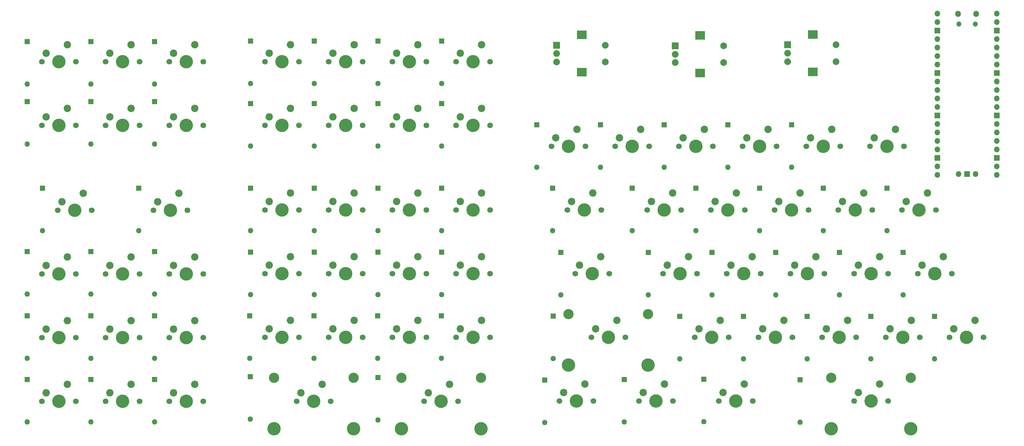
<source format=gbr>
%TF.GenerationSoftware,KiCad,Pcbnew,8.99.0-3334-g98ae574c78*%
%TF.CreationDate,2025-06-08T23:29:47-05:00*%
%TF.ProjectId,CircuitCyboard,43697263-7569-4744-9379-626f6172642e,1*%
%TF.SameCoordinates,Original*%
%TF.FileFunction,Soldermask,Bot*%
%TF.FilePolarity,Negative*%
%FSLAX46Y46*%
G04 Gerber Fmt 4.6, Leading zero omitted, Abs format (unit mm)*
G04 Created by KiCad (PCBNEW 8.99.0-3334-g98ae574c78) date 2025-06-08 23:29:47*
%MOMM*%
%LPD*%
G01*
G04 APERTURE LIST*
%ADD10C,1.700000*%
%ADD11C,4.000000*%
%ADD12C,2.200000*%
%ADD13R,2.000000X2.000000*%
%ADD14C,2.000000*%
%ADD15R,3.000000X2.500000*%
%ADD16C,3.050000*%
%ADD17O,1.800000X1.800000*%
%ADD18O,1.500000X1.500000*%
%ADD19O,1.700000X1.700000*%
%ADD20R,1.700000X1.700000*%
%ADD21R,1.600000X1.600000*%
%ADD22O,1.600000X1.600000*%
G04 APERTURE END LIST*
D10*
%TO.C,SW13*%
X61540000Y-124650000D03*
D11*
X66620000Y-124650000D03*
D10*
X71700000Y-124650000D03*
D12*
X69160000Y-119570000D03*
X62810000Y-122110000D03*
%TD*%
D10*
%TO.C,SW20*%
X147310000Y-42102500D03*
D11*
X152390000Y-42102500D03*
D10*
X157470000Y-42102500D03*
D12*
X154930000Y-37022500D03*
X148580000Y-39562500D03*
%TD*%
D10*
%TO.C,SW45*%
X199656500Y-86547500D03*
D11*
X204736500Y-86547500D03*
D10*
X209816500Y-86547500D03*
D12*
X207276500Y-81467500D03*
X200926500Y-84007500D03*
%TD*%
D10*
%TO.C,SW61*%
X294906000Y-124647500D03*
D11*
X299986000Y-124647500D03*
D10*
X305066000Y-124647500D03*
D12*
X302526000Y-119567500D03*
X296176000Y-122107500D03*
%TD*%
D10*
%TO.C,SW36*%
X147265000Y-124647500D03*
D11*
X152345000Y-124647500D03*
D10*
X157425000Y-124647500D03*
D12*
X154885000Y-119567500D03*
X148535000Y-122107500D03*
%TD*%
D13*
%TO.C,SW68*%
X196450000Y-37200000D03*
D14*
X196450000Y-42200000D03*
X196450000Y-39700000D03*
D15*
X203950000Y-34100000D03*
X203950000Y-45300000D03*
D14*
X210950000Y-37200000D03*
X210950000Y-42200000D03*
%TD*%
D10*
%TO.C,SW26*%
X109165000Y-86547500D03*
D11*
X114245000Y-86547500D03*
D10*
X119325000Y-86547500D03*
D12*
X116785000Y-81467500D03*
X110435000Y-84007500D03*
%TD*%
D10*
%TO.C,SW7*%
X47252500Y-86550000D03*
D11*
X52332500Y-86550000D03*
D10*
X57412500Y-86550000D03*
D12*
X54872500Y-81470000D03*
X48522500Y-84010000D03*
%TD*%
D13*
%TO.C,SW70*%
X265500000Y-37100000D03*
D14*
X265500000Y-42100000D03*
X265500000Y-39600000D03*
D15*
X273000000Y-34000000D03*
X273000000Y-45200000D03*
D14*
X280000000Y-37100000D03*
X280000000Y-42100000D03*
%TD*%
D10*
%TO.C,SW9*%
X42490000Y-105600000D03*
D11*
X47570000Y-105600000D03*
D10*
X52650000Y-105600000D03*
D12*
X50110000Y-100520000D03*
X43760000Y-103060000D03*
%TD*%
D10*
%TO.C,SW11*%
X80590000Y-105600000D03*
D11*
X85670000Y-105600000D03*
D10*
X90750000Y-105600000D03*
D12*
X88210000Y-100520000D03*
X81860000Y-103060000D03*
%TD*%
D10*
%TO.C,SW63*%
X197275300Y-143697500D03*
D11*
X202355300Y-143697500D03*
D10*
X207435300Y-143697500D03*
D12*
X204895300Y-138617500D03*
X198545300Y-141157500D03*
%TD*%
D10*
%TO.C,SW22*%
X109210000Y-61152500D03*
D11*
X114290000Y-61152500D03*
D10*
X119370000Y-61152500D03*
D12*
X116830000Y-56072500D03*
X110480000Y-58612500D03*
%TD*%
D10*
%TO.C,SW56*%
X304432000Y-105597500D03*
D11*
X309512000Y-105597500D03*
D10*
X314592000Y-105597500D03*
D12*
X312052000Y-100517500D03*
X305702000Y-103057500D03*
%TD*%
D10*
%TO.C,SW29*%
X166315000Y-86547500D03*
D11*
X171395000Y-86547500D03*
D10*
X176475000Y-86547500D03*
D12*
X173935000Y-81467500D03*
X167585000Y-84007500D03*
%TD*%
D10*
%TO.C,SW37*%
X166315000Y-124647500D03*
D11*
X171395000Y-124647500D03*
D10*
X176475000Y-124647500D03*
D12*
X173935000Y-119567500D03*
X167585000Y-122107500D03*
%TD*%
D10*
%TO.C,SW21*%
X166360000Y-42102500D03*
D11*
X171440000Y-42102500D03*
D10*
X176520000Y-42102500D03*
D12*
X173980000Y-37022500D03*
X167630000Y-39562500D03*
%TD*%
D10*
%TO.C,SW43*%
X271094000Y-67497500D03*
D11*
X276174000Y-67497500D03*
D10*
X281254000Y-67497500D03*
D12*
X278714000Y-62417500D03*
X272364000Y-64957500D03*
%TD*%
D10*
%TO.C,SW17*%
X80590000Y-143700000D03*
D11*
X85670000Y-143700000D03*
D10*
X90750000Y-143700000D03*
D12*
X88210000Y-138620000D03*
X81860000Y-141160000D03*
%TD*%
D16*
%TO.C,SW39*%
X149980000Y-136700000D03*
D11*
X149980000Y-151940000D03*
D10*
X156800000Y-143700000D03*
D11*
X161880000Y-143700000D03*
D10*
X166960000Y-143700000D03*
D16*
X173780000Y-136700000D03*
D11*
X173780000Y-151940000D03*
D12*
X164420000Y-138620000D03*
X158070000Y-141160000D03*
%TD*%
D10*
%TO.C,SW59*%
X256806000Y-124647500D03*
D11*
X261886000Y-124647500D03*
D10*
X266966000Y-124647500D03*
D12*
X264426000Y-119567500D03*
X258076000Y-122107500D03*
%TD*%
D10*
%TO.C,SW54*%
X266332000Y-105597500D03*
D11*
X271412000Y-105597500D03*
D10*
X276492000Y-105597500D03*
D12*
X273952000Y-100517500D03*
X267602000Y-103057500D03*
%TD*%
D10*
%TO.C,SW49*%
X280619000Y-86547500D03*
D11*
X285699000Y-86547500D03*
D10*
X290779000Y-86547500D03*
D12*
X288239000Y-81467500D03*
X281889000Y-84007500D03*
%TD*%
D10*
%TO.C,SW2*%
X61540000Y-42100000D03*
D11*
X66620000Y-42100000D03*
D10*
X71700000Y-42100000D03*
D12*
X69160000Y-37020000D03*
X62810000Y-39560000D03*
%TD*%
D10*
%TO.C,SW32*%
X147265000Y-105597500D03*
D11*
X152345000Y-105597500D03*
D10*
X157425000Y-105597500D03*
D12*
X154885000Y-100517500D03*
X148535000Y-103057500D03*
%TD*%
D10*
%TO.C,SW25*%
X166360000Y-61152500D03*
D11*
X171440000Y-61152500D03*
D10*
X176520000Y-61152500D03*
D12*
X173980000Y-56072500D03*
X167630000Y-58612500D03*
%TD*%
D10*
%TO.C,SW58*%
X237756000Y-124647500D03*
D11*
X242836000Y-124647500D03*
D10*
X247916000Y-124647500D03*
D12*
X245376000Y-119567500D03*
X239026000Y-122107500D03*
%TD*%
D10*
%TO.C,SW55*%
X285382000Y-105597500D03*
D11*
X290462000Y-105597500D03*
D10*
X295542000Y-105597500D03*
D12*
X293002000Y-100517500D03*
X286652000Y-103057500D03*
%TD*%
D10*
%TO.C,SW33*%
X166315000Y-105597500D03*
D11*
X171395000Y-105597500D03*
D10*
X176475000Y-105597500D03*
D12*
X173935000Y-100517500D03*
X167585000Y-103057500D03*
%TD*%
D10*
%TO.C,SW44*%
X290144000Y-67497500D03*
D11*
X295224000Y-67497500D03*
D10*
X300304000Y-67497500D03*
D12*
X297764000Y-62417500D03*
X291414000Y-64957500D03*
%TD*%
D10*
%TO.C,SW42*%
X252044000Y-67497500D03*
D11*
X257124000Y-67497500D03*
D10*
X262204000Y-67497500D03*
D12*
X259664000Y-62417500D03*
X253314000Y-64957500D03*
%TD*%
D10*
%TO.C,SW18*%
X109210000Y-42102500D03*
D11*
X114290000Y-42102500D03*
D10*
X119370000Y-42102500D03*
D12*
X116830000Y-37022500D03*
X110480000Y-39562500D03*
%TD*%
D10*
%TO.C,SW24*%
X147310000Y-61152500D03*
D11*
X152390000Y-61152500D03*
D10*
X157470000Y-61152500D03*
D12*
X154930000Y-56072500D03*
X148580000Y-58612500D03*
%TD*%
D10*
%TO.C,SW30*%
X109165000Y-105597500D03*
D11*
X114245000Y-105597500D03*
D10*
X119325000Y-105597500D03*
D12*
X116785000Y-100517500D03*
X110435000Y-103057500D03*
%TD*%
D10*
%TO.C,SW47*%
X242519000Y-86547500D03*
D11*
X247599000Y-86547500D03*
D10*
X252679000Y-86547500D03*
D12*
X250139000Y-81467500D03*
X243789000Y-84007500D03*
%TD*%
D10*
%TO.C,SW1*%
X42490000Y-42100000D03*
D11*
X47570000Y-42100000D03*
D10*
X52650000Y-42100000D03*
D12*
X50110000Y-37020000D03*
X43760000Y-39560000D03*
%TD*%
D10*
%TO.C,SW19*%
X128260000Y-42102500D03*
D11*
X133340000Y-42102500D03*
D10*
X138420000Y-42102500D03*
D12*
X135880000Y-37022500D03*
X129530000Y-39562500D03*
%TD*%
D16*
%TO.C,SW66*%
X278545400Y-136697500D03*
D11*
X278545400Y-151937500D03*
D10*
X285365400Y-143697500D03*
D11*
X290445400Y-143697500D03*
D10*
X295525400Y-143697500D03*
D16*
X302345400Y-136697500D03*
D11*
X302345400Y-151937500D03*
D12*
X292985400Y-138617500D03*
X286635400Y-141157500D03*
%TD*%
D10*
%TO.C,SW3*%
X80590000Y-42100000D03*
D11*
X85670000Y-42100000D03*
D10*
X90750000Y-42100000D03*
D12*
X88210000Y-37020000D03*
X81860000Y-39560000D03*
%TD*%
D10*
%TO.C,SW52*%
X228232000Y-105597500D03*
D11*
X233312000Y-105597500D03*
D10*
X238392000Y-105597500D03*
D12*
X235852000Y-100517500D03*
X229502000Y-103057500D03*
%TD*%
D10*
%TO.C,SW14*%
X80590000Y-124650000D03*
D11*
X85670000Y-124650000D03*
D10*
X90750000Y-124650000D03*
D12*
X88210000Y-119570000D03*
X81860000Y-122110000D03*
%TD*%
D10*
%TO.C,SW53*%
X247282000Y-105597500D03*
D11*
X252362000Y-105597500D03*
D10*
X257442000Y-105597500D03*
D12*
X254902000Y-100517500D03*
X248552000Y-103057500D03*
%TD*%
D10*
%TO.C,SW8*%
X75827500Y-86550000D03*
D11*
X80907500Y-86550000D03*
D10*
X85987500Y-86550000D03*
D12*
X83447500Y-81470000D03*
X77097500Y-84010000D03*
%TD*%
D16*
%TO.C,SW57*%
X200000000Y-117642500D03*
D11*
X200000000Y-132882500D03*
D10*
X206820000Y-124642500D03*
D11*
X211900000Y-124642500D03*
D10*
X216980000Y-124642500D03*
D16*
X223800000Y-117642500D03*
D11*
X223800000Y-132882500D03*
D12*
X214440000Y-119562500D03*
X208090000Y-122102500D03*
%TD*%
D10*
%TO.C,SW16*%
X61540000Y-143700000D03*
D11*
X66620000Y-143700000D03*
D10*
X71700000Y-143700000D03*
D12*
X69160000Y-138620000D03*
X62810000Y-141160000D03*
%TD*%
D10*
%TO.C,SW6*%
X80590000Y-61150000D03*
D11*
X85670000Y-61150000D03*
D10*
X90750000Y-61150000D03*
D12*
X88210000Y-56070000D03*
X81860000Y-58610000D03*
%TD*%
D10*
%TO.C,SW65*%
X244899300Y-143697500D03*
D11*
X249979300Y-143697500D03*
D10*
X255059300Y-143697500D03*
D12*
X252519300Y-138617500D03*
X246169300Y-141157500D03*
%TD*%
D10*
%TO.C,SW48*%
X261569000Y-86547500D03*
D11*
X266649000Y-86547500D03*
D10*
X271729000Y-86547500D03*
D12*
X269189000Y-81467500D03*
X262839000Y-84007500D03*
%TD*%
D10*
%TO.C,SW64*%
X221087300Y-143697500D03*
D11*
X226167300Y-143697500D03*
D10*
X231247300Y-143697500D03*
D12*
X228707300Y-138617500D03*
X222357300Y-141157500D03*
%TD*%
D10*
%TO.C,SW41*%
X232994000Y-67497500D03*
D11*
X238074000Y-67497500D03*
D10*
X243154000Y-67497500D03*
D12*
X240614000Y-62417500D03*
X234264000Y-64957500D03*
%TD*%
D10*
%TO.C,SW4*%
X42490000Y-61150000D03*
D11*
X47570000Y-61150000D03*
D10*
X52650000Y-61150000D03*
D12*
X50110000Y-56070000D03*
X43760000Y-58610000D03*
%TD*%
D10*
%TO.C,SW10*%
X61540000Y-105600000D03*
D11*
X66620000Y-105600000D03*
D10*
X71700000Y-105600000D03*
D12*
X69160000Y-100520000D03*
X62810000Y-103060000D03*
%TD*%
D10*
%TO.C,SW60*%
X275856000Y-124647500D03*
D11*
X280936000Y-124647500D03*
D10*
X286016000Y-124647500D03*
D12*
X283476000Y-119567500D03*
X277126000Y-122107500D03*
%TD*%
D13*
%TO.C,SW69*%
X231850000Y-37400000D03*
D14*
X231850000Y-42400000D03*
X231850000Y-39900000D03*
D15*
X239350000Y-34300000D03*
X239350000Y-45500000D03*
D14*
X246350000Y-37400000D03*
X246350000Y-42400000D03*
%TD*%
D10*
%TO.C,SW67*%
X194894000Y-67497500D03*
D11*
X199974000Y-67497500D03*
D10*
X205054000Y-67497500D03*
D12*
X202514000Y-62417500D03*
X196164000Y-64957500D03*
%TD*%
D10*
%TO.C,SW27*%
X128215000Y-86547500D03*
D11*
X133295000Y-86547500D03*
D10*
X138375000Y-86547500D03*
D12*
X135835000Y-81467500D03*
X129485000Y-84007500D03*
%TD*%
D10*
%TO.C,SW35*%
X128215000Y-124647500D03*
D11*
X133295000Y-124647500D03*
D10*
X138375000Y-124647500D03*
D12*
X135835000Y-119567500D03*
X129485000Y-122107500D03*
%TD*%
D10*
%TO.C,SW62*%
X313956000Y-124647500D03*
D11*
X319036000Y-124647500D03*
D10*
X324116000Y-124647500D03*
D12*
X321576000Y-119567500D03*
X315226000Y-122107500D03*
%TD*%
D10*
%TO.C,SW5*%
X61540000Y-61150000D03*
D11*
X66620000Y-61150000D03*
D10*
X71700000Y-61150000D03*
D12*
X69160000Y-56070000D03*
X62810000Y-58610000D03*
%TD*%
D10*
%TO.C,SW40*%
X213944000Y-67497500D03*
D11*
X219024000Y-67497500D03*
D10*
X224104000Y-67497500D03*
D12*
X221564000Y-62417500D03*
X215214000Y-64957500D03*
%TD*%
D10*
%TO.C,SW34*%
X109165000Y-124647500D03*
D11*
X114245000Y-124647500D03*
D10*
X119325000Y-124647500D03*
D12*
X116785000Y-119567500D03*
X110435000Y-122107500D03*
%TD*%
D10*
%TO.C,SW46*%
X223469000Y-86547500D03*
D11*
X228549000Y-86547500D03*
D10*
X233629000Y-86547500D03*
D12*
X231089000Y-81467500D03*
X224739000Y-84007500D03*
%TD*%
D10*
%TO.C,SW23*%
X128260000Y-61152500D03*
D11*
X133340000Y-61152500D03*
D10*
X138420000Y-61152500D03*
D12*
X135880000Y-56072500D03*
X129530000Y-58612500D03*
%TD*%
D10*
%TO.C,SW12*%
X42490000Y-124650000D03*
D11*
X47570000Y-124650000D03*
D10*
X52650000Y-124650000D03*
D12*
X50110000Y-119570000D03*
X43760000Y-122110000D03*
%TD*%
D10*
%TO.C,SW15*%
X42490000Y-143700000D03*
D11*
X47570000Y-143700000D03*
D10*
X52650000Y-143700000D03*
D12*
X50110000Y-138620000D03*
X43760000Y-141160000D03*
%TD*%
D17*
%TO.C,U1*%
X316465000Y-27850000D03*
D18*
X316765000Y-30880000D03*
X321615000Y-30880000D03*
D17*
X321915000Y-27850000D03*
D19*
X310300000Y-27720000D03*
X310300000Y-30260000D03*
D20*
X310300000Y-32800000D03*
D19*
X310300000Y-35340000D03*
X310300000Y-37880000D03*
X310300000Y-40420000D03*
X310300000Y-42960000D03*
D20*
X310300000Y-45500000D03*
D19*
X310300000Y-48040000D03*
X310300000Y-50580000D03*
X310300000Y-53120000D03*
X310300000Y-55660000D03*
D20*
X310300000Y-58200000D03*
D19*
X310300000Y-60740000D03*
X310300000Y-63280000D03*
X310300000Y-65820000D03*
X310300000Y-68360000D03*
D20*
X310300000Y-70900000D03*
D19*
X310300000Y-73440000D03*
X310300000Y-75980000D03*
X328080000Y-75980000D03*
X328080000Y-73440000D03*
D20*
X328080000Y-70900000D03*
D19*
X328080000Y-68360000D03*
X328080000Y-65820000D03*
X328080000Y-63280000D03*
X328080000Y-60740000D03*
D20*
X328080000Y-58200000D03*
D19*
X328080000Y-55660000D03*
X328080000Y-53120000D03*
X328080000Y-50580000D03*
X328080000Y-48040000D03*
D20*
X328080000Y-45500000D03*
D19*
X328080000Y-42960000D03*
X328080000Y-40420000D03*
X328080000Y-37880000D03*
X328080000Y-35340000D03*
D20*
X328080000Y-32800000D03*
D19*
X328080000Y-30260000D03*
X328080000Y-27720000D03*
X316650000Y-75750000D03*
D20*
X319190000Y-75750000D03*
D19*
X321730000Y-75750000D03*
%TD*%
D10*
%TO.C,SW50*%
X299669000Y-86547500D03*
D11*
X304749000Y-86547500D03*
D10*
X309829000Y-86547500D03*
D12*
X307289000Y-81467500D03*
X300939000Y-84007500D03*
%TD*%
D10*
%TO.C,SW51*%
X202038000Y-105597500D03*
D11*
X207118000Y-105597500D03*
D10*
X212198000Y-105597500D03*
D12*
X209658000Y-100517500D03*
X203308000Y-103057500D03*
%TD*%
D16*
%TO.C,SW38*%
X111900000Y-136700000D03*
D11*
X111900000Y-151940000D03*
D10*
X118720000Y-143700000D03*
D11*
X123800000Y-143700000D03*
D10*
X128880000Y-143700000D03*
D16*
X135700000Y-136700000D03*
D11*
X135700000Y-151940000D03*
D12*
X126340000Y-138620000D03*
X119990000Y-141160000D03*
%TD*%
D10*
%TO.C,SW28*%
X147265000Y-86547500D03*
D11*
X152345000Y-86547500D03*
D10*
X157425000Y-86547500D03*
D12*
X154885000Y-81467500D03*
X148535000Y-84007500D03*
%TD*%
D10*
%TO.C,SW31*%
X128215000Y-105597500D03*
D11*
X133295000Y-105597500D03*
D10*
X138375000Y-105597500D03*
D12*
X135835000Y-100517500D03*
X129485000Y-103057500D03*
%TD*%
D21*
%TO.C,D13*%
X57100000Y-118200000D03*
D22*
X57100000Y-130900000D03*
%TD*%
D21*
%TO.C,D3*%
X76150000Y-36100000D03*
D22*
X76150000Y-48800000D03*
%TD*%
D21*
%TO.C,D31*%
X123900000Y-99150000D03*
D22*
X123900000Y-111850000D03*
%TD*%
D21*
%TO.C,D7*%
X42650000Y-80000000D03*
D22*
X42650000Y-92700000D03*
%TD*%
D21*
%TO.C,D52*%
X223850000Y-99200000D03*
D22*
X223850000Y-111900000D03*
%TD*%
D21*
%TO.C,D8*%
X71450000Y-80000000D03*
D22*
X71450000Y-92700000D03*
%TD*%
D21*
%TO.C,D15*%
X38050000Y-137200000D03*
D22*
X38050000Y-149900000D03*
%TD*%
D21*
%TO.C,D64*%
X216650000Y-137200000D03*
D22*
X216650000Y-149900000D03*
%TD*%
D21*
%TO.C,D51*%
X197650000Y-99200000D03*
D22*
X197650000Y-111900000D03*
%TD*%
D21*
%TO.C,D57*%
X195400000Y-118250000D03*
D22*
X195400000Y-130950000D03*
%TD*%
D21*
%TO.C,D56*%
X300050000Y-99200000D03*
D22*
X300050000Y-111900000D03*
%TD*%
D21*
%TO.C,D58*%
X233250000Y-118350000D03*
D22*
X233250000Y-131050000D03*
%TD*%
D21*
%TO.C,D45*%
X195250000Y-80000000D03*
D22*
X195250000Y-92700000D03*
%TD*%
D21*
%TO.C,D10*%
X57100000Y-98950000D03*
D22*
X57100000Y-111650000D03*
%TD*%
D21*
%TO.C,D34*%
X104650000Y-118200000D03*
D22*
X104650000Y-130900000D03*
%TD*%
D21*
%TO.C,D16*%
X57100000Y-137200000D03*
D22*
X57100000Y-149900000D03*
%TD*%
D21*
%TO.C,D36*%
X142900000Y-118200000D03*
D22*
X142900000Y-130900000D03*
%TD*%
D21*
%TO.C,D22*%
X104850000Y-54700000D03*
D22*
X104850000Y-67400000D03*
%TD*%
D21*
%TO.C,D1*%
X38050000Y-36100000D03*
D22*
X38050000Y-48800000D03*
%TD*%
D21*
%TO.C,D61*%
X290400000Y-118350000D03*
D22*
X290400000Y-131050000D03*
%TD*%
D21*
%TO.C,D46*%
X219050000Y-80000000D03*
D22*
X219050000Y-92700000D03*
%TD*%
D21*
%TO.C,D30*%
X104850000Y-99150000D03*
D22*
X104850000Y-111850000D03*
%TD*%
D21*
%TO.C,D21*%
X162000000Y-35950000D03*
D22*
X162000000Y-48650000D03*
%TD*%
D21*
%TO.C,D11*%
X76150000Y-98950000D03*
D22*
X76150000Y-111650000D03*
%TD*%
D21*
%TO.C,D59*%
X252300000Y-118350000D03*
D22*
X252300000Y-131050000D03*
%TD*%
D21*
%TO.C,D26*%
X104850000Y-80000000D03*
D22*
X104850000Y-92700000D03*
%TD*%
D21*
%TO.C,D63*%
X192850000Y-137350000D03*
D22*
X192850000Y-150050000D03*
%TD*%
D21*
%TO.C,D38*%
X104800000Y-136400000D03*
D22*
X104800000Y-149100000D03*
%TD*%
D21*
%TO.C,D5*%
X57100000Y-54100000D03*
D22*
X57100000Y-66800000D03*
%TD*%
D21*
%TO.C,D55*%
X281000000Y-99200000D03*
D22*
X281000000Y-111900000D03*
%TD*%
D21*
%TO.C,D24*%
X142950000Y-54700000D03*
D22*
X142950000Y-67400000D03*
%TD*%
D21*
%TO.C,D60*%
X271350000Y-118350000D03*
D22*
X271350000Y-131050000D03*
%TD*%
D21*
%TO.C,D37*%
X161950000Y-118200000D03*
D22*
X161950000Y-130900000D03*
%TD*%
D21*
%TO.C,D2*%
X57100000Y-36100000D03*
D22*
X57100000Y-48800000D03*
%TD*%
D21*
%TO.C,D12*%
X38050000Y-118200000D03*
D22*
X38050000Y-130900000D03*
%TD*%
D21*
%TO.C,D14*%
X76150000Y-118200000D03*
D22*
X76150000Y-130900000D03*
%TD*%
D21*
%TO.C,D9*%
X38050000Y-98950000D03*
D22*
X38050000Y-111650000D03*
%TD*%
D21*
%TO.C,D33*%
X162000000Y-99150000D03*
D22*
X162000000Y-111850000D03*
%TD*%
D21*
%TO.C,D67*%
X190450000Y-61000000D03*
D22*
X190450000Y-73700000D03*
%TD*%
D21*
%TO.C,D29*%
X162000000Y-80000000D03*
D22*
X162000000Y-92700000D03*
%TD*%
D21*
%TO.C,D27*%
X123900000Y-80000000D03*
D22*
X123900000Y-92700000D03*
%TD*%
D21*
%TO.C,D40*%
X209500000Y-61000000D03*
D22*
X209500000Y-73700000D03*
%TD*%
D21*
%TO.C,D23*%
X123900000Y-54700000D03*
D22*
X123900000Y-67400000D03*
%TD*%
D21*
%TO.C,D41*%
X228550000Y-61000000D03*
D22*
X228550000Y-73700000D03*
%TD*%
D21*
%TO.C,D35*%
X123850000Y-118200000D03*
D22*
X123850000Y-130900000D03*
%TD*%
D21*
%TO.C,D20*%
X142950000Y-35950000D03*
D22*
X142950000Y-48650000D03*
%TD*%
D21*
%TO.C,D47*%
X238100000Y-80000000D03*
D22*
X238100000Y-92700000D03*
%TD*%
D21*
%TO.C,D39*%
X143000000Y-136600000D03*
D22*
X143000000Y-149300000D03*
%TD*%
D21*
%TO.C,D28*%
X142950000Y-80000000D03*
D22*
X142950000Y-92700000D03*
%TD*%
D21*
%TO.C,D66*%
X269200000Y-137300000D03*
D22*
X269200000Y-150000000D03*
%TD*%
D21*
%TO.C,D65*%
X240450000Y-137150000D03*
D22*
X240450000Y-149850000D03*
%TD*%
D21*
%TO.C,D42*%
X247600000Y-61000000D03*
D22*
X247600000Y-73700000D03*
%TD*%
D21*
%TO.C,D50*%
X295250000Y-80000000D03*
D22*
X295250000Y-92700000D03*
%TD*%
D21*
%TO.C,D18*%
X104850000Y-35950000D03*
D22*
X104850000Y-48650000D03*
%TD*%
D21*
%TO.C,D49*%
X276200000Y-80000000D03*
D22*
X276200000Y-92700000D03*
%TD*%
D21*
%TO.C,D53*%
X242900000Y-99200000D03*
D22*
X242900000Y-111900000D03*
%TD*%
D21*
%TO.C,D32*%
X142950000Y-99150000D03*
D22*
X142950000Y-111850000D03*
%TD*%
D21*
%TO.C,D25*%
X162000000Y-54700000D03*
D22*
X162000000Y-67400000D03*
%TD*%
D21*
%TO.C,D6*%
X76150000Y-54100000D03*
D22*
X76150000Y-66800000D03*
%TD*%
D21*
%TO.C,D17*%
X76150000Y-137200000D03*
D22*
X76150000Y-149900000D03*
%TD*%
D21*
%TO.C,D4*%
X38050000Y-54100000D03*
D22*
X38050000Y-66800000D03*
%TD*%
D21*
%TO.C,D62*%
X309450000Y-118350000D03*
D22*
X309450000Y-131050000D03*
%TD*%
D21*
%TO.C,D19*%
X123900000Y-35950000D03*
D22*
X123900000Y-48650000D03*
%TD*%
D21*
%TO.C,D48*%
X257150000Y-80000000D03*
D22*
X257150000Y-92700000D03*
%TD*%
D21*
%TO.C,D54*%
X261950000Y-99200000D03*
D22*
X261950000Y-111900000D03*
%TD*%
D21*
%TO.C,D43*%
X266650000Y-61000000D03*
D22*
X266650000Y-73700000D03*
%TD*%
M02*

</source>
